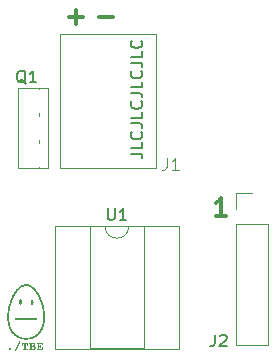
<source format=gto>
G04 #@! TF.GenerationSoftware,KiCad,Pcbnew,7.0.10*
G04 #@! TF.CreationDate,2024-02-09T12:47:37+11:00*
G04 #@! TF.ProjectId,PIC16F15214 Debugger,50494331-3646-4313-9532-313420446562,1.0-A*
G04 #@! TF.SameCoordinates,Original*
G04 #@! TF.FileFunction,Legend,Top*
G04 #@! TF.FilePolarity,Positive*
%FSLAX46Y46*%
G04 Gerber Fmt 4.6, Leading zero omitted, Abs format (unit mm)*
G04 Created by KiCad (PCBNEW 7.0.10) date 2024-02-09 12:47:37*
%MOMM*%
%LPD*%
G01*
G04 APERTURE LIST*
%ADD10C,0.300000*%
%ADD11C,0.153000*%
%ADD12C,0.150000*%
%ADD13C,0.100000*%
%ADD14C,0.120000*%
%ADD15R,1.700000X1.700000*%
%ADD16O,1.700000X1.700000*%
%ADD17R,2.400000X1.600000*%
%ADD18O,2.400000X1.600000*%
%ADD19R,1.800000X1.717500*%
%ADD20O,1.800000X1.717500*%
%ADD21C,2.100000*%
G04 APERTURE END LIST*
D10*
X141793639Y-83811400D02*
X142936497Y-83811400D01*
X139253639Y-83811400D02*
X140396497Y-83811400D01*
X139825068Y-84382828D02*
X139825068Y-83239971D01*
X152485354Y-100638828D02*
X151628211Y-100638828D01*
X152056782Y-100638828D02*
X152056782Y-99138828D01*
X152056782Y-99138828D02*
X151913925Y-99353114D01*
X151913925Y-99353114D02*
X151771068Y-99495971D01*
X151771068Y-99495971D02*
X151628211Y-99567400D01*
D11*
X144426792Y-95387533D02*
X145141077Y-95387533D01*
X145141077Y-95387533D02*
X145283934Y-95435152D01*
X145283934Y-95435152D02*
X145379173Y-95530390D01*
X145379173Y-95530390D02*
X145426792Y-95673247D01*
X145426792Y-95673247D02*
X145426792Y-95768485D01*
X145426792Y-94435152D02*
X145426792Y-94911342D01*
X145426792Y-94911342D02*
X144426792Y-94911342D01*
X145331553Y-93530390D02*
X145379173Y-93578009D01*
X145379173Y-93578009D02*
X145426792Y-93720866D01*
X145426792Y-93720866D02*
X145426792Y-93816104D01*
X145426792Y-93816104D02*
X145379173Y-93958961D01*
X145379173Y-93958961D02*
X145283934Y-94054199D01*
X145283934Y-94054199D02*
X145188696Y-94101818D01*
X145188696Y-94101818D02*
X144998220Y-94149437D01*
X144998220Y-94149437D02*
X144855363Y-94149437D01*
X144855363Y-94149437D02*
X144664887Y-94101818D01*
X144664887Y-94101818D02*
X144569649Y-94054199D01*
X144569649Y-94054199D02*
X144474411Y-93958961D01*
X144474411Y-93958961D02*
X144426792Y-93816104D01*
X144426792Y-93816104D02*
X144426792Y-93720866D01*
X144426792Y-93720866D02*
X144474411Y-93578009D01*
X144474411Y-93578009D02*
X144522030Y-93530390D01*
X144426792Y-92816104D02*
X145141077Y-92816104D01*
X145141077Y-92816104D02*
X145283934Y-92863723D01*
X145283934Y-92863723D02*
X145379173Y-92958961D01*
X145379173Y-92958961D02*
X145426792Y-93101818D01*
X145426792Y-93101818D02*
X145426792Y-93197056D01*
X145426792Y-91863723D02*
X145426792Y-92339913D01*
X145426792Y-92339913D02*
X144426792Y-92339913D01*
X145331553Y-90958961D02*
X145379173Y-91006580D01*
X145379173Y-91006580D02*
X145426792Y-91149437D01*
X145426792Y-91149437D02*
X145426792Y-91244675D01*
X145426792Y-91244675D02*
X145379173Y-91387532D01*
X145379173Y-91387532D02*
X145283934Y-91482770D01*
X145283934Y-91482770D02*
X145188696Y-91530389D01*
X145188696Y-91530389D02*
X144998220Y-91578008D01*
X144998220Y-91578008D02*
X144855363Y-91578008D01*
X144855363Y-91578008D02*
X144664887Y-91530389D01*
X144664887Y-91530389D02*
X144569649Y-91482770D01*
X144569649Y-91482770D02*
X144474411Y-91387532D01*
X144474411Y-91387532D02*
X144426792Y-91244675D01*
X144426792Y-91244675D02*
X144426792Y-91149437D01*
X144426792Y-91149437D02*
X144474411Y-91006580D01*
X144474411Y-91006580D02*
X144522030Y-90958961D01*
X144426792Y-90244675D02*
X145141077Y-90244675D01*
X145141077Y-90244675D02*
X145283934Y-90292294D01*
X145283934Y-90292294D02*
X145379173Y-90387532D01*
X145379173Y-90387532D02*
X145426792Y-90530389D01*
X145426792Y-90530389D02*
X145426792Y-90625627D01*
X145426792Y-89292294D02*
X145426792Y-89768484D01*
X145426792Y-89768484D02*
X144426792Y-89768484D01*
X145331553Y-88387532D02*
X145379173Y-88435151D01*
X145379173Y-88435151D02*
X145426792Y-88578008D01*
X145426792Y-88578008D02*
X145426792Y-88673246D01*
X145426792Y-88673246D02*
X145379173Y-88816103D01*
X145379173Y-88816103D02*
X145283934Y-88911341D01*
X145283934Y-88911341D02*
X145188696Y-88958960D01*
X145188696Y-88958960D02*
X144998220Y-89006579D01*
X144998220Y-89006579D02*
X144855363Y-89006579D01*
X144855363Y-89006579D02*
X144664887Y-88958960D01*
X144664887Y-88958960D02*
X144569649Y-88911341D01*
X144569649Y-88911341D02*
X144474411Y-88816103D01*
X144474411Y-88816103D02*
X144426792Y-88673246D01*
X144426792Y-88673246D02*
X144426792Y-88578008D01*
X144426792Y-88578008D02*
X144474411Y-88435151D01*
X144474411Y-88435151D02*
X144522030Y-88387532D01*
X144426792Y-87673246D02*
X145141077Y-87673246D01*
X145141077Y-87673246D02*
X145283934Y-87720865D01*
X145283934Y-87720865D02*
X145379173Y-87816103D01*
X145379173Y-87816103D02*
X145426792Y-87958960D01*
X145426792Y-87958960D02*
X145426792Y-88054198D01*
X145426792Y-86720865D02*
X145426792Y-87197055D01*
X145426792Y-87197055D02*
X144426792Y-87197055D01*
X145331553Y-85816103D02*
X145379173Y-85863722D01*
X145379173Y-85863722D02*
X145426792Y-86006579D01*
X145426792Y-86006579D02*
X145426792Y-86101817D01*
X145426792Y-86101817D02*
X145379173Y-86244674D01*
X145379173Y-86244674D02*
X145283934Y-86339912D01*
X145283934Y-86339912D02*
X145188696Y-86387531D01*
X145188696Y-86387531D02*
X144998220Y-86435150D01*
X144998220Y-86435150D02*
X144855363Y-86435150D01*
X144855363Y-86435150D02*
X144664887Y-86387531D01*
X144664887Y-86387531D02*
X144569649Y-86339912D01*
X144569649Y-86339912D02*
X144474411Y-86244674D01*
X144474411Y-86244674D02*
X144426792Y-86101817D01*
X144426792Y-86101817D02*
X144426792Y-86006579D01*
X144426792Y-86006579D02*
X144474411Y-85863722D01*
X144474411Y-85863722D02*
X144522030Y-85816103D01*
D12*
X151573795Y-110706819D02*
X151573795Y-111421104D01*
X151573795Y-111421104D02*
X151526176Y-111563961D01*
X151526176Y-111563961D02*
X151430938Y-111659200D01*
X151430938Y-111659200D02*
X151288081Y-111706819D01*
X151288081Y-111706819D02*
X151192843Y-111706819D01*
X152002367Y-110802057D02*
X152049986Y-110754438D01*
X152049986Y-110754438D02*
X152145224Y-110706819D01*
X152145224Y-110706819D02*
X152383319Y-110706819D01*
X152383319Y-110706819D02*
X152478557Y-110754438D01*
X152478557Y-110754438D02*
X152526176Y-110802057D01*
X152526176Y-110802057D02*
X152573795Y-110897295D01*
X152573795Y-110897295D02*
X152573795Y-110992533D01*
X152573795Y-110992533D02*
X152526176Y-111135390D01*
X152526176Y-111135390D02*
X151954748Y-111706819D01*
X151954748Y-111706819D02*
X152573795Y-111706819D01*
X142509224Y-99994819D02*
X142509224Y-100804342D01*
X142509224Y-100804342D02*
X142556843Y-100899580D01*
X142556843Y-100899580D02*
X142604462Y-100947200D01*
X142604462Y-100947200D02*
X142699700Y-100994819D01*
X142699700Y-100994819D02*
X142890176Y-100994819D01*
X142890176Y-100994819D02*
X142985414Y-100947200D01*
X142985414Y-100947200D02*
X143033033Y-100899580D01*
X143033033Y-100899580D02*
X143080652Y-100804342D01*
X143080652Y-100804342D02*
X143080652Y-99994819D01*
X144080652Y-100994819D02*
X143509224Y-100994819D01*
X143794938Y-100994819D02*
X143794938Y-99994819D01*
X143794938Y-99994819D02*
X143699700Y-100137676D01*
X143699700Y-100137676D02*
X143604462Y-100232914D01*
X143604462Y-100232914D02*
X143509224Y-100280533D01*
X135555890Y-89450057D02*
X135460652Y-89402438D01*
X135460652Y-89402438D02*
X135365414Y-89307200D01*
X135365414Y-89307200D02*
X135222557Y-89164342D01*
X135222557Y-89164342D02*
X135127319Y-89116723D01*
X135127319Y-89116723D02*
X135032081Y-89116723D01*
X135079700Y-89354819D02*
X134984462Y-89307200D01*
X134984462Y-89307200D02*
X134889224Y-89211961D01*
X134889224Y-89211961D02*
X134841605Y-89021485D01*
X134841605Y-89021485D02*
X134841605Y-88688152D01*
X134841605Y-88688152D02*
X134889224Y-88497676D01*
X134889224Y-88497676D02*
X134984462Y-88402438D01*
X134984462Y-88402438D02*
X135079700Y-88354819D01*
X135079700Y-88354819D02*
X135270176Y-88354819D01*
X135270176Y-88354819D02*
X135365414Y-88402438D01*
X135365414Y-88402438D02*
X135460652Y-88497676D01*
X135460652Y-88497676D02*
X135508271Y-88688152D01*
X135508271Y-88688152D02*
X135508271Y-89021485D01*
X135508271Y-89021485D02*
X135460652Y-89211961D01*
X135460652Y-89211961D02*
X135365414Y-89307200D01*
X135365414Y-89307200D02*
X135270176Y-89354819D01*
X135270176Y-89354819D02*
X135079700Y-89354819D01*
X136460652Y-89354819D02*
X135889224Y-89354819D01*
X136174938Y-89354819D02*
X136174938Y-88354819D01*
X136174938Y-88354819D02*
X136079700Y-88497676D01*
X136079700Y-88497676D02*
X135984462Y-88592914D01*
X135984462Y-88592914D02*
X135889224Y-88640533D01*
D13*
X147509795Y-95723419D02*
X147509795Y-96437704D01*
X147509795Y-96437704D02*
X147462176Y-96580561D01*
X147462176Y-96580561D02*
X147366938Y-96675800D01*
X147366938Y-96675800D02*
X147224081Y-96723419D01*
X147224081Y-96723419D02*
X147128843Y-96723419D01*
X148509795Y-96723419D02*
X147938367Y-96723419D01*
X148224081Y-96723419D02*
X148224081Y-95723419D01*
X148224081Y-95723419D02*
X148128843Y-95866276D01*
X148128843Y-95866276D02*
X148033605Y-95961514D01*
X148033605Y-95961514D02*
X147938367Y-96009133D01*
D14*
X153371129Y-98746000D02*
X154701129Y-98746000D01*
X153371129Y-100076000D02*
X153371129Y-98746000D01*
X153371129Y-101346000D02*
X153371129Y-111566000D01*
X153371129Y-101346000D02*
X156031129Y-101346000D01*
X153371129Y-111566000D02*
X156031129Y-111566000D01*
X156031129Y-101346000D02*
X156031129Y-111566000D01*
X138021129Y-101480000D02*
X138021129Y-111880000D01*
X138021129Y-111880000D02*
X148521129Y-111880000D01*
X141021129Y-101540000D02*
X141021129Y-111820000D01*
X141021129Y-111820000D02*
X145521129Y-111820000D01*
X142271129Y-101540000D02*
X141021129Y-101540000D01*
X145521129Y-101540000D02*
X144271129Y-101540000D01*
X145521129Y-111820000D02*
X145521129Y-101540000D01*
X148521129Y-101480000D02*
X138021129Y-101480000D01*
X148521129Y-111880000D02*
X148521129Y-101480000D01*
X142271129Y-101540000D02*
G75*
G03*
X144271129Y-101540000I1000000J0D01*
G01*
X137429129Y-89808000D02*
X134889129Y-89808000D01*
X137429129Y-89808000D02*
X137429129Y-96628000D01*
X136690129Y-89808000D02*
X136690129Y-89919000D01*
X134889129Y-89808000D02*
X134889129Y-96628000D01*
X136690129Y-91937000D02*
X136690129Y-92210000D01*
X136690129Y-94227000D02*
X136690129Y-94500000D01*
X136690129Y-96517000D02*
X136690129Y-96628000D01*
X137429129Y-96628000D02*
X134889129Y-96628000D01*
G36*
X134225664Y-111816268D02*
G01*
X134240061Y-111817590D01*
X134250615Y-111819656D01*
X134268800Y-111825954D01*
X134284697Y-111834649D01*
X134298168Y-111845581D01*
X134309078Y-111858590D01*
X134317290Y-111873516D01*
X134322669Y-111890200D01*
X134324988Y-111906803D01*
X134324571Y-111925578D01*
X134321048Y-111943065D01*
X134314556Y-111959063D01*
X134305230Y-111973369D01*
X134293205Y-111985782D01*
X134278619Y-111996099D01*
X134261605Y-112004117D01*
X134258972Y-112005068D01*
X134252401Y-112007227D01*
X134246653Y-112008714D01*
X134240738Y-112009675D01*
X134233667Y-112010259D01*
X134224448Y-112010614D01*
X134221298Y-112010694D01*
X134206330Y-112010708D01*
X134194695Y-112009967D01*
X134187971Y-112008875D01*
X134169503Y-112003097D01*
X134153102Y-111994837D01*
X134138953Y-111984266D01*
X134127242Y-111971558D01*
X134118151Y-111956887D01*
X134111867Y-111940425D01*
X134110867Y-111936528D01*
X134109202Y-111925477D01*
X134108781Y-111912829D01*
X134109542Y-111899886D01*
X134111424Y-111887947D01*
X134113492Y-111880557D01*
X134120834Y-111864915D01*
X134130981Y-111851002D01*
X134143665Y-111839052D01*
X134158616Y-111829300D01*
X134175566Y-111821980D01*
X134183185Y-111819696D01*
X134195910Y-111817322D01*
X134210508Y-111816179D01*
X134225664Y-111816268D01*
G37*
G36*
X136095811Y-107740051D02*
G01*
X136110687Y-107744039D01*
X136125147Y-107751090D01*
X136139032Y-107761117D01*
X136152179Y-107774033D01*
X136164425Y-107789752D01*
X136175609Y-107808187D01*
X136180009Y-107816839D01*
X136189377Y-107839176D01*
X136197219Y-107863956D01*
X136203339Y-107890475D01*
X136207140Y-107914646D01*
X136208023Y-107924660D01*
X136208581Y-107937156D01*
X136208823Y-107951212D01*
X136208755Y-107965908D01*
X136208384Y-107980323D01*
X136207717Y-107993537D01*
X136206760Y-108004628D01*
X136206444Y-108007213D01*
X136201953Y-108033509D01*
X136195748Y-108058296D01*
X136187960Y-108081356D01*
X136178716Y-108102474D01*
X136168147Y-108121433D01*
X136156381Y-108138015D01*
X136143548Y-108152005D01*
X136129776Y-108163185D01*
X136115195Y-108171339D01*
X136106758Y-108174492D01*
X136096398Y-108176749D01*
X136085007Y-108177698D01*
X136073954Y-108177307D01*
X136064613Y-108175546D01*
X136064425Y-108175487D01*
X136048817Y-108168842D01*
X136034033Y-108159041D01*
X136020205Y-108146279D01*
X136007461Y-108130745D01*
X135995934Y-108112634D01*
X135985752Y-108092136D01*
X135977046Y-108069444D01*
X135969947Y-108044750D01*
X135967107Y-108032038D01*
X135962270Y-108001587D01*
X135960001Y-107970867D01*
X135960240Y-107940269D01*
X135962925Y-107910183D01*
X135967996Y-107880999D01*
X135975392Y-107853107D01*
X135985053Y-107826898D01*
X135996917Y-107802762D01*
X136004841Y-107789780D01*
X136011945Y-107780337D01*
X136020696Y-107770698D01*
X136030289Y-107761616D01*
X136039921Y-107753842D01*
X136048787Y-107748125D01*
X136050320Y-107747333D01*
X136065466Y-107741611D01*
X136080684Y-107739213D01*
X136095811Y-107740051D01*
G37*
G36*
X135132738Y-107723144D02*
G01*
X135147526Y-107727255D01*
X135162030Y-107734754D01*
X135176298Y-107745652D01*
X135183063Y-107752080D01*
X135196405Y-107767747D01*
X135208417Y-107786296D01*
X135218973Y-107807411D01*
X135227947Y-107830775D01*
X135235214Y-107856072D01*
X135240648Y-107882985D01*
X135243471Y-107904290D01*
X135244311Y-107916001D01*
X135244709Y-107929886D01*
X135244691Y-107945040D01*
X135244282Y-107960559D01*
X135243509Y-107975538D01*
X135242397Y-107989073D01*
X135240971Y-108000258D01*
X135240701Y-108001853D01*
X135234796Y-108029296D01*
X135227166Y-108055062D01*
X135217981Y-108078660D01*
X135207409Y-108099601D01*
X135206201Y-108101667D01*
X135198044Y-108113688D01*
X135188176Y-108125473D01*
X135177314Y-108136319D01*
X135166173Y-108145520D01*
X135155470Y-108152374D01*
X135153744Y-108153256D01*
X135147195Y-108156344D01*
X135142004Y-108158321D01*
X135136961Y-108159467D01*
X135130859Y-108160063D01*
X135122981Y-108160372D01*
X135113385Y-108160445D01*
X135106156Y-108159954D01*
X135100275Y-108158798D01*
X135097167Y-108157814D01*
X135081622Y-108150494D01*
X135066986Y-108140058D01*
X135053374Y-108126719D01*
X135040902Y-108110687D01*
X135029686Y-108092171D01*
X135019843Y-108071384D01*
X135011488Y-108048536D01*
X135004737Y-108023836D01*
X134999708Y-107997496D01*
X134997079Y-107976217D01*
X134996168Y-107962122D01*
X134995844Y-107946062D01*
X134996077Y-107929112D01*
X134996835Y-107912349D01*
X134998087Y-107896848D01*
X134999761Y-107883928D01*
X135005077Y-107857940D01*
X135012240Y-107832850D01*
X135021006Y-107809377D01*
X135031129Y-107788239D01*
X135034172Y-107782839D01*
X135042086Y-107770963D01*
X135051602Y-107759339D01*
X135062046Y-107748638D01*
X135072745Y-107739529D01*
X135083026Y-107732684D01*
X135086200Y-107731042D01*
X135102122Y-107725048D01*
X135117619Y-107722412D01*
X135132738Y-107723144D01*
G37*
G36*
X135587688Y-109321631D02*
G01*
X136486652Y-109322099D01*
X136497761Y-109327544D01*
X136511120Y-109335785D01*
X136521742Y-109346073D01*
X136529635Y-109358416D01*
X136533604Y-109368492D01*
X136536447Y-109381078D01*
X136536667Y-109392826D01*
X136534267Y-109405085D01*
X136533694Y-109407010D01*
X136527703Y-109421053D01*
X136519066Y-109432937D01*
X136507767Y-109442678D01*
X136496561Y-109449053D01*
X136486652Y-109453696D01*
X135586834Y-109454031D01*
X135520588Y-109454055D01*
X135457674Y-109454078D01*
X135398003Y-109454099D01*
X135341490Y-109454117D01*
X135288047Y-109454133D01*
X135237587Y-109454145D01*
X135190024Y-109454155D01*
X135145270Y-109454161D01*
X135103238Y-109454163D01*
X135063841Y-109454162D01*
X135026993Y-109454155D01*
X134992607Y-109454145D01*
X134960595Y-109454129D01*
X134930870Y-109454109D01*
X134903346Y-109454082D01*
X134877935Y-109454051D01*
X134854551Y-109454013D01*
X134833107Y-109453968D01*
X134813515Y-109453918D01*
X134795689Y-109453860D01*
X134779542Y-109453795D01*
X134764986Y-109453723D01*
X134751935Y-109453643D01*
X134740302Y-109453555D01*
X134730000Y-109453459D01*
X134720941Y-109453354D01*
X134713039Y-109453240D01*
X134706208Y-109453117D01*
X134700359Y-109452985D01*
X134695406Y-109452843D01*
X134691262Y-109452692D01*
X134687840Y-109452529D01*
X134685053Y-109452357D01*
X134682815Y-109452173D01*
X134681037Y-109451979D01*
X134679633Y-109451773D01*
X134678517Y-109451555D01*
X134677601Y-109451325D01*
X134676798Y-109451083D01*
X134676761Y-109451072D01*
X134669408Y-109448041D01*
X134661826Y-109443895D01*
X134658071Y-109441337D01*
X134647376Y-109431252D01*
X134639473Y-109419773D01*
X134634290Y-109407323D01*
X134631756Y-109394323D01*
X134631802Y-109381195D01*
X134634358Y-109368362D01*
X134639353Y-109356246D01*
X134646717Y-109345267D01*
X134656379Y-109335850D01*
X134668269Y-109328415D01*
X134677490Y-109324739D01*
X134688725Y-109321163D01*
X135587688Y-109321631D01*
G37*
G36*
X135037610Y-111258622D02*
G01*
X135045959Y-111261677D01*
X135058893Y-111269108D01*
X135068809Y-111278117D01*
X135075664Y-111288594D01*
X135079411Y-111300429D01*
X135080005Y-111313512D01*
X135077401Y-111327733D01*
X135075474Y-111333658D01*
X135074383Y-111336224D01*
X135071925Y-111341713D01*
X135068180Y-111349951D01*
X135063229Y-111360763D01*
X135057154Y-111373978D01*
X135050034Y-111389421D01*
X135041952Y-111406919D01*
X135032987Y-111426297D01*
X135023221Y-111447383D01*
X135012734Y-111470003D01*
X135001608Y-111493983D01*
X134989923Y-111519150D01*
X134977760Y-111545330D01*
X134965199Y-111572349D01*
X134952323Y-111600035D01*
X134939211Y-111628212D01*
X134925945Y-111656709D01*
X134912604Y-111685350D01*
X134899272Y-111713963D01*
X134886027Y-111742375D01*
X134872951Y-111770410D01*
X134860124Y-111797896D01*
X134847629Y-111824660D01*
X134835545Y-111850527D01*
X134823953Y-111875324D01*
X134812934Y-111898878D01*
X134802569Y-111921015D01*
X134792940Y-111941561D01*
X134784126Y-111960342D01*
X134776208Y-111977186D01*
X134769268Y-111991918D01*
X134763387Y-112004365D01*
X134758644Y-112014354D01*
X134755122Y-112021710D01*
X134752900Y-112026261D01*
X134752438Y-112027172D01*
X134748139Y-112034671D01*
X134743143Y-112042224D01*
X134738435Y-112048357D01*
X134737829Y-112049048D01*
X134729264Y-112057146D01*
X134720499Y-112062229D01*
X134710773Y-112064570D01*
X134699323Y-112064443D01*
X134696074Y-112064053D01*
X134684724Y-112061159D01*
X134673617Y-112055926D01*
X134663572Y-112048912D01*
X134655408Y-112040676D01*
X134650473Y-112032951D01*
X134647296Y-112024511D01*
X134645886Y-112015837D01*
X134646298Y-112006375D01*
X134648584Y-111995570D01*
X134652797Y-111982869D01*
X134656061Y-111974616D01*
X134657320Y-111971766D01*
X134659945Y-111965997D01*
X134663850Y-111957488D01*
X134668955Y-111946416D01*
X134675174Y-111932959D01*
X134682426Y-111917296D01*
X134690628Y-111899604D01*
X134699696Y-111880062D01*
X134709548Y-111858847D01*
X134720100Y-111836138D01*
X134731271Y-111812112D01*
X134742975Y-111786948D01*
X134755132Y-111760823D01*
X134767658Y-111733916D01*
X134780469Y-111706404D01*
X134793483Y-111678466D01*
X134806618Y-111650279D01*
X134819789Y-111622022D01*
X134832914Y-111593872D01*
X134845910Y-111566008D01*
X134858694Y-111538607D01*
X134871184Y-111511848D01*
X134883295Y-111485909D01*
X134894946Y-111460967D01*
X134906053Y-111437200D01*
X134916533Y-111414787D01*
X134926304Y-111393906D01*
X134935282Y-111374734D01*
X134943384Y-111357450D01*
X134950528Y-111342231D01*
X134956630Y-111329256D01*
X134961607Y-111318703D01*
X134965378Y-111310749D01*
X134967857Y-111305573D01*
X134968329Y-111304605D01*
X134976213Y-111289595D01*
X134983715Y-111277696D01*
X134991115Y-111268664D01*
X134998697Y-111262257D01*
X135006743Y-111258232D01*
X135015534Y-111256346D01*
X135024485Y-111256288D01*
X135037610Y-111258622D01*
G37*
G36*
X135412413Y-111385985D02*
G01*
X135441429Y-111386027D01*
X135473559Y-111386086D01*
X135501381Y-111386142D01*
X135535051Y-111386212D01*
X135565473Y-111386277D01*
X135592820Y-111386343D01*
X135617263Y-111386409D01*
X135638971Y-111386481D01*
X135658118Y-111386559D01*
X135674874Y-111386648D01*
X135689409Y-111386749D01*
X135701896Y-111386865D01*
X135712505Y-111387000D01*
X135721408Y-111387154D01*
X135728775Y-111387332D01*
X135734779Y-111387537D01*
X135739589Y-111387769D01*
X135743378Y-111388033D01*
X135746316Y-111388332D01*
X135748574Y-111388666D01*
X135750324Y-111389041D01*
X135751737Y-111389457D01*
X135752985Y-111389918D01*
X135753424Y-111390095D01*
X135759838Y-111393435D01*
X135764816Y-111397913D01*
X135768604Y-111404015D01*
X135771451Y-111412228D01*
X135773605Y-111423038D01*
X135774779Y-111431929D01*
X135775246Y-111437295D01*
X135775763Y-111445462D01*
X135776317Y-111456019D01*
X135776895Y-111468553D01*
X135777483Y-111482654D01*
X135778070Y-111497910D01*
X135778640Y-111513909D01*
X135779182Y-111530240D01*
X135779683Y-111546493D01*
X135780128Y-111562254D01*
X135780506Y-111577113D01*
X135780802Y-111590659D01*
X135781005Y-111602479D01*
X135781100Y-111612164D01*
X135781075Y-111619300D01*
X135780916Y-111623477D01*
X135780891Y-111623731D01*
X135778994Y-111635696D01*
X135776100Y-111645129D01*
X135771876Y-111652852D01*
X135766528Y-111659153D01*
X135757834Y-111665960D01*
X135747576Y-111670368D01*
X135735358Y-111672496D01*
X135721460Y-111672504D01*
X135708100Y-111670775D01*
X135697434Y-111667259D01*
X135689084Y-111661667D01*
X135682672Y-111653710D01*
X135677820Y-111643099D01*
X135676182Y-111637871D01*
X135675282Y-111632982D01*
X135674441Y-111624888D01*
X135673656Y-111613538D01*
X135672923Y-111598882D01*
X135672240Y-111580870D01*
X135672092Y-111576345D01*
X135671639Y-111562646D01*
X135671172Y-111549550D01*
X135670711Y-111537585D01*
X135670279Y-111527279D01*
X135669896Y-111519162D01*
X135669586Y-111513761D01*
X135669504Y-111512682D01*
X135668597Y-111502001D01*
X135614897Y-111502001D01*
X135561198Y-111502001D01*
X135561198Y-111695124D01*
X135561198Y-111888247D01*
X135606915Y-111888300D01*
X135619850Y-111888376D01*
X135632345Y-111888561D01*
X135643783Y-111888838D01*
X135653547Y-111889189D01*
X135661020Y-111889596D01*
X135665025Y-111889963D01*
X135679471Y-111893042D01*
X135691258Y-111898230D01*
X135700456Y-111905607D01*
X135707131Y-111915251D01*
X135711353Y-111927243D01*
X135713188Y-111941662D01*
X135713284Y-111946467D01*
X135712125Y-111961756D01*
X135708726Y-111974652D01*
X135703125Y-111985068D01*
X135695361Y-111992914D01*
X135692173Y-111995018D01*
X135689595Y-111996507D01*
X135687100Y-111997831D01*
X135684482Y-111998997D01*
X135681532Y-112000016D01*
X135678042Y-112000898D01*
X135673805Y-112001651D01*
X135668613Y-112002286D01*
X135662257Y-112002813D01*
X135654530Y-112003241D01*
X135645224Y-112003579D01*
X135634131Y-112003838D01*
X135621044Y-112004026D01*
X135605754Y-112004155D01*
X135588054Y-112004232D01*
X135567735Y-112004268D01*
X135544590Y-112004273D01*
X135518411Y-112004257D01*
X135493690Y-112004233D01*
X135469883Y-112004195D01*
X135446929Y-112004133D01*
X135425073Y-112004049D01*
X135404560Y-112003945D01*
X135385637Y-112003822D01*
X135368550Y-112003684D01*
X135353544Y-112003532D01*
X135340864Y-112003368D01*
X135330756Y-112003194D01*
X135323467Y-112003013D01*
X135319241Y-112002826D01*
X135318413Y-112002742D01*
X135307527Y-111999874D01*
X135297564Y-111995341D01*
X135289547Y-111989652D01*
X135287077Y-111987123D01*
X135281827Y-111979422D01*
X135278308Y-111970334D01*
X135276352Y-111959246D01*
X135275786Y-111946469D01*
X135276353Y-111933226D01*
X135278172Y-111922586D01*
X135281416Y-111913909D01*
X135286258Y-111906555D01*
X135286782Y-111905933D01*
X135291040Y-111901592D01*
X135295939Y-111897993D01*
X135301814Y-111895072D01*
X135309003Y-111892766D01*
X135317844Y-111891013D01*
X135328672Y-111889748D01*
X135341827Y-111888908D01*
X135357643Y-111888431D01*
X135376460Y-111888253D01*
X135381016Y-111888247D01*
X135426183Y-111888247D01*
X135426183Y-111695124D01*
X135426183Y-111502001D01*
X135372576Y-111502001D01*
X135318970Y-111502001D01*
X135317908Y-111528064D01*
X135317528Y-111538065D01*
X135317101Y-111550451D01*
X135316659Y-111564186D01*
X135316237Y-111578239D01*
X135315866Y-111591575D01*
X135315840Y-111592581D01*
X135315385Y-111607593D01*
X135314820Y-111619652D01*
X135314038Y-111629221D01*
X135312932Y-111636764D01*
X135311396Y-111642745D01*
X135309322Y-111647628D01*
X135306604Y-111651878D01*
X135303136Y-111655959D01*
X135300678Y-111658491D01*
X135292530Y-111665365D01*
X135283878Y-111669854D01*
X135273953Y-111672207D01*
X135261988Y-111672675D01*
X135257789Y-111672479D01*
X135243427Y-111670390D01*
X135231581Y-111666011D01*
X135222143Y-111659243D01*
X135215006Y-111649989D01*
X135210062Y-111638148D01*
X135207566Y-111626415D01*
X135207366Y-111622892D01*
X135207296Y-111616352D01*
X135207344Y-111607197D01*
X135207498Y-111595826D01*
X135207747Y-111582638D01*
X135208077Y-111568032D01*
X135208477Y-111552409D01*
X135208936Y-111536167D01*
X135209440Y-111519708D01*
X135209979Y-111503429D01*
X135210539Y-111487731D01*
X135211109Y-111473013D01*
X135211677Y-111459675D01*
X135212230Y-111448117D01*
X135212758Y-111438737D01*
X135213247Y-111431936D01*
X135213504Y-111429366D01*
X135215702Y-111416071D01*
X135218783Y-111405843D01*
X135222864Y-111398416D01*
X135228060Y-111393526D01*
X135229624Y-111392630D01*
X135231540Y-111391686D01*
X135233523Y-111390831D01*
X135235741Y-111390062D01*
X135238363Y-111389373D01*
X135241560Y-111388762D01*
X135245500Y-111388224D01*
X135250353Y-111387754D01*
X135256288Y-111387350D01*
X135263474Y-111387006D01*
X135272082Y-111386719D01*
X135282279Y-111386485D01*
X135294236Y-111386300D01*
X135308122Y-111386159D01*
X135324106Y-111386059D01*
X135342358Y-111385996D01*
X135363047Y-111385965D01*
X135386342Y-111385963D01*
X135412413Y-111385985D01*
G37*
G36*
X136119893Y-111387738D02*
G01*
X136141583Y-111387835D01*
X136159936Y-111387995D01*
X136174975Y-111388219D01*
X136186720Y-111388507D01*
X136195190Y-111388859D01*
X136199531Y-111389177D01*
X136228950Y-111393309D01*
X136255773Y-111399524D01*
X136279973Y-111407806D01*
X136301522Y-111418140D01*
X136320390Y-111430508D01*
X136336551Y-111444897D01*
X136349976Y-111461289D01*
X136360280Y-111478928D01*
X136367037Y-111494957D01*
X136371763Y-111511391D01*
X136374691Y-111529209D01*
X136375876Y-111544727D01*
X136375733Y-111567287D01*
X136373094Y-111587819D01*
X136367874Y-111606720D01*
X136359983Y-111624387D01*
X136357310Y-111629123D01*
X136350137Y-111639488D01*
X136340891Y-111650248D01*
X136330589Y-111660339D01*
X136320251Y-111668696D01*
X136317892Y-111670316D01*
X136308075Y-111676796D01*
X136320990Y-111682410D01*
X136335747Y-111689268D01*
X136348095Y-111696108D01*
X136358983Y-111703557D01*
X136369361Y-111712240D01*
X136376492Y-111719051D01*
X136388301Y-111731949D01*
X136397456Y-111744781D01*
X136404545Y-111758563D01*
X136410155Y-111774314D01*
X136411803Y-111780194D01*
X136413553Y-111787227D01*
X136414780Y-111793513D01*
X136415577Y-111799953D01*
X136416035Y-111807449D01*
X136416248Y-111816901D01*
X136416296Y-111824158D01*
X136415976Y-111840681D01*
X136414781Y-111854824D01*
X136412535Y-111867550D01*
X136409067Y-111879824D01*
X136404202Y-111892611D01*
X136403802Y-111893555D01*
X136393660Y-111913194D01*
X136380608Y-111931692D01*
X136365068Y-111948687D01*
X136347457Y-111963817D01*
X136328197Y-111976720D01*
X136307705Y-111987033D01*
X136287368Y-111994132D01*
X136282115Y-111995566D01*
X136277264Y-111996841D01*
X136272591Y-111997966D01*
X136267871Y-111998952D01*
X136262879Y-111999810D01*
X136257389Y-112000548D01*
X136251177Y-112001177D01*
X136244017Y-112001707D01*
X136235686Y-112002148D01*
X136225957Y-112002510D01*
X136214606Y-112002803D01*
X136201409Y-112003037D01*
X136186139Y-112003222D01*
X136168572Y-112003369D01*
X136148483Y-112003486D01*
X136125646Y-112003585D01*
X136099838Y-112003675D01*
X136071351Y-112003765D01*
X136042508Y-112003848D01*
X136016887Y-112003905D01*
X135994292Y-112003935D01*
X135974528Y-112003935D01*
X135957399Y-112003903D01*
X135942710Y-112003838D01*
X135930264Y-112003737D01*
X135919865Y-112003599D01*
X135911319Y-112003421D01*
X135904430Y-112003202D01*
X135899000Y-112002939D01*
X135894836Y-112002631D01*
X135891741Y-112002275D01*
X135889705Y-112001911D01*
X135877056Y-111997925D01*
X135866998Y-111992054D01*
X135859398Y-111984111D01*
X135854125Y-111973909D01*
X135851046Y-111961262D01*
X135850029Y-111945982D01*
X135850029Y-111945727D01*
X135851312Y-111930747D01*
X135855129Y-111918024D01*
X135861427Y-111907617D01*
X135870153Y-111899584D01*
X135881257Y-111893984D01*
X135894687Y-111890873D01*
X135899345Y-111890422D01*
X135913264Y-111889468D01*
X135913264Y-111734432D01*
X136043152Y-111734432D01*
X136043152Y-111814125D01*
X136043152Y-111893818D01*
X136105105Y-111892850D01*
X136120003Y-111892571D01*
X136134396Y-111892215D01*
X136147783Y-111891802D01*
X136159663Y-111891348D01*
X136169537Y-111890875D01*
X136176904Y-111890399D01*
X136180731Y-111890020D01*
X136201837Y-111886307D01*
X136219866Y-111881289D01*
X136234935Y-111874875D01*
X136247161Y-111866976D01*
X136256662Y-111857503D01*
X136263554Y-111846365D01*
X136267956Y-111833474D01*
X136269750Y-111821979D01*
X136269786Y-111806593D01*
X136267254Y-111791980D01*
X136262340Y-111778738D01*
X136255230Y-111767466D01*
X136251671Y-111763500D01*
X136244595Y-111757464D01*
X136236118Y-111752230D01*
X136226022Y-111747758D01*
X136214085Y-111744008D01*
X136200087Y-111740940D01*
X136183809Y-111738515D01*
X136165028Y-111736693D01*
X136143527Y-111735435D01*
X136119083Y-111734699D01*
X136091477Y-111734448D01*
X136090578Y-111734447D01*
X136043152Y-111734432D01*
X135913264Y-111734432D01*
X135913264Y-111695954D01*
X135913264Y-111502440D01*
X135900018Y-111501638D01*
X135886041Y-111499606D01*
X135883315Y-111498582D01*
X136043152Y-111498582D01*
X136043152Y-111564381D01*
X136043152Y-111630180D01*
X136084597Y-111630162D01*
X136097615Y-111630079D01*
X136110820Y-111629858D01*
X136123393Y-111629521D01*
X136134516Y-111629093D01*
X136143371Y-111628597D01*
X136146125Y-111628382D01*
X136164998Y-111626136D01*
X136180857Y-111622899D01*
X136193998Y-111618535D01*
X136204715Y-111612911D01*
X136213305Y-111605889D01*
X136220062Y-111597335D01*
X136222328Y-111593435D01*
X136224283Y-111589501D01*
X136225581Y-111585878D01*
X136226357Y-111581721D01*
X136226742Y-111576185D01*
X136226868Y-111568425D01*
X136226876Y-111564381D01*
X136226557Y-111552515D01*
X136225441Y-111543256D01*
X136223282Y-111535838D01*
X136219836Y-111529497D01*
X136214862Y-111523465D01*
X136213364Y-111521929D01*
X136207330Y-111516654D01*
X136200419Y-111512179D01*
X136192337Y-111508448D01*
X136182793Y-111505408D01*
X136171493Y-111503003D01*
X136158144Y-111501180D01*
X136142454Y-111499883D01*
X136124130Y-111499058D01*
X136102879Y-111498651D01*
X136088015Y-111498584D01*
X136043152Y-111498582D01*
X135883315Y-111498582D01*
X135874478Y-111495263D01*
X135865101Y-111488464D01*
X135857681Y-111479067D01*
X135854487Y-111473033D01*
X135852884Y-111469026D01*
X135851831Y-111464734D01*
X135851223Y-111459319D01*
X135850955Y-111451946D01*
X135850912Y-111444747D01*
X135851003Y-111435531D01*
X135851338Y-111428845D01*
X135852040Y-111423804D01*
X135853230Y-111419520D01*
X135854994Y-111415192D01*
X135861230Y-111405315D01*
X135870020Y-111397170D01*
X135880564Y-111391438D01*
X135882138Y-111390894D01*
X135884031Y-111390415D01*
X135886466Y-111389998D01*
X135889666Y-111389635D01*
X135893858Y-111389323D01*
X135899265Y-111389056D01*
X135906111Y-111388829D01*
X135914621Y-111388635D01*
X135925019Y-111388472D01*
X135937529Y-111388332D01*
X135952376Y-111388210D01*
X135969784Y-111388102D01*
X135989978Y-111388002D01*
X136013182Y-111387905D01*
X136034607Y-111387824D01*
X136066426Y-111387733D01*
X136094848Y-111387704D01*
X136119893Y-111387738D01*
G37*
G36*
X136831566Y-111387493D02*
G01*
X136858868Y-111387502D01*
X136883268Y-111387527D01*
X136904937Y-111387573D01*
X136924047Y-111387648D01*
X136940771Y-111387758D01*
X136955279Y-111387910D01*
X136967744Y-111388111D01*
X136978337Y-111388367D01*
X136987231Y-111388685D01*
X136994597Y-111389071D01*
X137000608Y-111389533D01*
X137005434Y-111390077D01*
X137009248Y-111390709D01*
X137012222Y-111391437D01*
X137014527Y-111392267D01*
X137016336Y-111393205D01*
X137017820Y-111394259D01*
X137019152Y-111395435D01*
X137020502Y-111396739D01*
X137021129Y-111397340D01*
X137023531Y-111399700D01*
X137025544Y-111402063D01*
X137027203Y-111404741D01*
X137028542Y-111408042D01*
X137029595Y-111412278D01*
X137030396Y-111417758D01*
X137030981Y-111424793D01*
X137031382Y-111433693D01*
X137031634Y-111444768D01*
X137031772Y-111458327D01*
X137031830Y-111474682D01*
X137031841Y-111494143D01*
X137031841Y-111494310D01*
X137031832Y-111512746D01*
X137031795Y-111528106D01*
X137031719Y-111540735D01*
X137031590Y-111550976D01*
X137031396Y-111559170D01*
X137031124Y-111565662D01*
X137030761Y-111570794D01*
X137030295Y-111574910D01*
X137029712Y-111578353D01*
X137029001Y-111581465D01*
X137028549Y-111583167D01*
X137023746Y-111594762D01*
X137016470Y-111604153D01*
X137006958Y-111611217D01*
X136995449Y-111615833D01*
X136982178Y-111617877D01*
X136967384Y-111617229D01*
X136963432Y-111616625D01*
X136950933Y-111613456D01*
X136941120Y-111608612D01*
X136933541Y-111601771D01*
X136927745Y-111592614D01*
X136926853Y-111590687D01*
X136924492Y-111584209D01*
X136922681Y-111576471D01*
X136921369Y-111567023D01*
X136920507Y-111555418D01*
X136920046Y-111541207D01*
X136919932Y-111528064D01*
X136919898Y-111496873D01*
X136799410Y-111496873D01*
X136678921Y-111496873D01*
X136678921Y-111563527D01*
X136678921Y-111630180D01*
X136723966Y-111630180D01*
X136769010Y-111630180D01*
X136770125Y-111617789D01*
X136772569Y-111602422D01*
X136776915Y-111589844D01*
X136783222Y-111579967D01*
X136791545Y-111572705D01*
X136801942Y-111567969D01*
X136802672Y-111567752D01*
X136812718Y-111565884D01*
X136823986Y-111565441D01*
X136835179Y-111566363D01*
X136844999Y-111568592D01*
X136848270Y-111569844D01*
X136857796Y-111575725D01*
X136866193Y-111583974D01*
X136872408Y-111593541D01*
X136872689Y-111594137D01*
X136873532Y-111596053D01*
X136874233Y-111598045D01*
X136874806Y-111600427D01*
X136875262Y-111603519D01*
X136875616Y-111607635D01*
X136875881Y-111613093D01*
X136876069Y-111620211D01*
X136876193Y-111629304D01*
X136876267Y-111640690D01*
X136876304Y-111654686D01*
X136876316Y-111671608D01*
X136876317Y-111682306D01*
X136876313Y-111700970D01*
X136876293Y-111716542D01*
X136876243Y-111729347D01*
X136876148Y-111739711D01*
X136875995Y-111747958D01*
X136875771Y-111754415D01*
X136875462Y-111759407D01*
X136875054Y-111763260D01*
X136874532Y-111766299D01*
X136873885Y-111768849D01*
X136873097Y-111771237D01*
X136872491Y-111772886D01*
X136866760Y-111784036D01*
X136858855Y-111792565D01*
X136848762Y-111798481D01*
X136836466Y-111801794D01*
X136821951Y-111802511D01*
X136820074Y-111802424D01*
X136805958Y-111800523D01*
X136794365Y-111796447D01*
X136785162Y-111790061D01*
X136778219Y-111781229D01*
X136773401Y-111769816D01*
X136770577Y-111755685D01*
X136770129Y-111751275D01*
X136769010Y-111737850D01*
X136723965Y-111737850D01*
X136678921Y-111737850D01*
X136678921Y-111815612D01*
X136678921Y-111893375D01*
X136799410Y-111893375D01*
X136919898Y-111893375D01*
X136919932Y-111858766D01*
X136920132Y-111840665D01*
X136920748Y-111825591D01*
X136921862Y-111813169D01*
X136923556Y-111803026D01*
X136925912Y-111794786D01*
X136929011Y-111788076D01*
X136932935Y-111782520D01*
X136937612Y-111777876D01*
X136944796Y-111772868D01*
X136953032Y-111769502D01*
X136962959Y-111767621D01*
X136975215Y-111767069D01*
X136981205Y-111767195D01*
X136989727Y-111767595D01*
X136995821Y-111768205D01*
X137000480Y-111769235D01*
X137004695Y-111770890D01*
X137008645Y-111772931D01*
X137017641Y-111779407D01*
X137022599Y-111785383D01*
X137024608Y-111788664D01*
X137026302Y-111791868D01*
X137027710Y-111795305D01*
X137028856Y-111799285D01*
X137029769Y-111804120D01*
X137030474Y-111810120D01*
X137030999Y-111817596D01*
X137031369Y-111826859D01*
X137031612Y-111838220D01*
X137031754Y-111851989D01*
X137031821Y-111868476D01*
X137031841Y-111887994D01*
X137031841Y-111893375D01*
X137031841Y-111976264D01*
X137027569Y-111984807D01*
X137022628Y-111992393D01*
X137016232Y-111997695D01*
X137007688Y-112001183D01*
X137001376Y-112002577D01*
X136998265Y-112002819D01*
X136991985Y-112003043D01*
X136982785Y-112003248D01*
X136970911Y-112003435D01*
X136956614Y-112003604D01*
X136940141Y-112003755D01*
X136921741Y-112003887D01*
X136901663Y-112004001D01*
X136880155Y-112004096D01*
X136857465Y-112004174D01*
X136833843Y-112004233D01*
X136809536Y-112004273D01*
X136784794Y-112004296D01*
X136759864Y-112004300D01*
X136734996Y-112004286D01*
X136710437Y-112004253D01*
X136686437Y-112004203D01*
X136663243Y-112004134D01*
X136641105Y-112004046D01*
X136620271Y-112003941D01*
X136600989Y-112003817D01*
X136583508Y-112003675D01*
X136568076Y-112003515D01*
X136554942Y-112003336D01*
X136544355Y-112003140D01*
X136536563Y-112002925D01*
X136531814Y-112002691D01*
X136530677Y-112002571D01*
X136517906Y-111999015D01*
X136507174Y-111993069D01*
X136498774Y-111984971D01*
X136493002Y-111974957D01*
X136491741Y-111971328D01*
X136490214Y-111963502D01*
X136489416Y-111953616D01*
X136489346Y-111942951D01*
X136490004Y-111932786D01*
X136491389Y-111924402D01*
X136491771Y-111922988D01*
X136496667Y-111912196D01*
X136504232Y-111903356D01*
X136514219Y-111896638D01*
X136526383Y-111892214D01*
X136539206Y-111890319D01*
X136552451Y-111889517D01*
X136552451Y-111695978D01*
X136552451Y-111502440D01*
X136538969Y-111501659D01*
X136524797Y-111499522D01*
X136512968Y-111494899D01*
X136503500Y-111487811D01*
X136496411Y-111478280D01*
X136491720Y-111466328D01*
X136489446Y-111451973D01*
X136489216Y-111444993D01*
X136489890Y-111431308D01*
X136492015Y-111420244D01*
X136495745Y-111411260D01*
X136500732Y-111404359D01*
X136508524Y-111397341D01*
X136517607Y-111392486D01*
X136528181Y-111389413D01*
X136530823Y-111389110D01*
X136535812Y-111388836D01*
X136543238Y-111388589D01*
X136553192Y-111388369D01*
X136565762Y-111388176D01*
X136581040Y-111388009D01*
X136599114Y-111387866D01*
X136620076Y-111387748D01*
X136644015Y-111387653D01*
X136671020Y-111387581D01*
X136701183Y-111387531D01*
X136734592Y-111387502D01*
X136767566Y-111387494D01*
X136801189Y-111387492D01*
X136831566Y-111387493D01*
G37*
G36*
X135636319Y-106427646D02*
G01*
X135688255Y-106432791D01*
X135690232Y-106433054D01*
X135742555Y-106441809D01*
X135794639Y-106453968D01*
X135846472Y-106469528D01*
X135898044Y-106488481D01*
X135949344Y-106510823D01*
X136000361Y-106536549D01*
X136051084Y-106565652D01*
X136101502Y-106598128D01*
X136151604Y-106633971D01*
X136201380Y-106673175D01*
X136243966Y-106709619D01*
X136264943Y-106728741D01*
X136287357Y-106750094D01*
X136310666Y-106773123D01*
X136334330Y-106797271D01*
X136357806Y-106821983D01*
X136380554Y-106846702D01*
X136402031Y-106870874D01*
X136409894Y-106879971D01*
X136459075Y-106939589D01*
X136507139Y-107002314D01*
X136554030Y-107068002D01*
X136599691Y-107136512D01*
X136644069Y-107207700D01*
X136687107Y-107281425D01*
X136728750Y-107357544D01*
X136768942Y-107435913D01*
X136807628Y-107516392D01*
X136844753Y-107598836D01*
X136880260Y-107683104D01*
X136914095Y-107769054D01*
X136946202Y-107856542D01*
X136976526Y-107945426D01*
X137005010Y-108035563D01*
X137031600Y-108126812D01*
X137056241Y-108219029D01*
X137078875Y-108312073D01*
X137099449Y-108405799D01*
X137117906Y-108500067D01*
X137134192Y-108594733D01*
X137148250Y-108689655D01*
X137160025Y-108784691D01*
X137163329Y-108815363D01*
X137172421Y-108916077D01*
X137178660Y-109015374D01*
X137182051Y-109113207D01*
X137182595Y-109209529D01*
X137180298Y-109304292D01*
X137175161Y-109397449D01*
X137167189Y-109488953D01*
X137156384Y-109578756D01*
X137142750Y-109666810D01*
X137126291Y-109753068D01*
X137107010Y-109837483D01*
X137084910Y-109920007D01*
X137084893Y-109920065D01*
X137061270Y-109996641D01*
X137035144Y-110071193D01*
X137006551Y-110143670D01*
X136975526Y-110214022D01*
X136942104Y-110282196D01*
X136906321Y-110348142D01*
X136868212Y-110411808D01*
X136827813Y-110473144D01*
X136785158Y-110532099D01*
X136740284Y-110588621D01*
X136693226Y-110642660D01*
X136644018Y-110694163D01*
X136592697Y-110743081D01*
X136539298Y-110789362D01*
X136483857Y-110832955D01*
X136426407Y-110873809D01*
X136422563Y-110876397D01*
X136363083Y-110914252D01*
X136302118Y-110949033D01*
X136239703Y-110980730D01*
X136175874Y-111009330D01*
X136110667Y-111034821D01*
X136044117Y-111057191D01*
X135976262Y-111076428D01*
X135907136Y-111092519D01*
X135836775Y-111105452D01*
X135765216Y-111115217D01*
X135694504Y-111121661D01*
X135682656Y-111122365D01*
X135668365Y-111123024D01*
X135652252Y-111123625D01*
X135634937Y-111124156D01*
X135617041Y-111124602D01*
X135599184Y-111124951D01*
X135581985Y-111125190D01*
X135566065Y-111125307D01*
X135552045Y-111125286D01*
X135540543Y-111125117D01*
X135536417Y-111124991D01*
X135467533Y-111121174D01*
X135400801Y-111114938D01*
X135335901Y-111106228D01*
X135272519Y-111094989D01*
X135210335Y-111081168D01*
X135149034Y-111064709D01*
X135103171Y-111050510D01*
X135036338Y-111026874D01*
X134971178Y-111000258D01*
X134907683Y-110970657D01*
X134845841Y-110938066D01*
X134785644Y-110902480D01*
X134727080Y-110863893D01*
X134683352Y-110832327D01*
X134652635Y-110808764D01*
X134623923Y-110785598D01*
X134596417Y-110762134D01*
X134569319Y-110737676D01*
X134541829Y-110711527D01*
X134520382Y-110690295D01*
X134470483Y-110637729D01*
X134422909Y-110582684D01*
X134377677Y-110525208D01*
X134334806Y-110465346D01*
X134294317Y-110403143D01*
X134256227Y-110338647D01*
X134220555Y-110271902D01*
X134187320Y-110202955D01*
X134156540Y-110131851D01*
X134128235Y-110058636D01*
X134102424Y-109983356D01*
X134079124Y-109906058D01*
X134058356Y-109826786D01*
X134040137Y-109745587D01*
X134024487Y-109662507D01*
X134011424Y-109577591D01*
X134000967Y-109490886D01*
X133993196Y-109403279D01*
X133989786Y-109348405D01*
X133987374Y-109291045D01*
X133985963Y-109231983D01*
X133985556Y-109172005D01*
X133985649Y-109162668D01*
X134136769Y-109162668D01*
X134136771Y-109181102D01*
X134136813Y-109209049D01*
X134136918Y-109234020D01*
X134137101Y-109256457D01*
X134137378Y-109276801D01*
X134137765Y-109295494D01*
X134138277Y-109312978D01*
X134138931Y-109329695D01*
X134139741Y-109346085D01*
X134140724Y-109362592D01*
X134141894Y-109379656D01*
X134143269Y-109397720D01*
X134144862Y-109417224D01*
X134145343Y-109422923D01*
X134153949Y-109508121D01*
X134165144Y-109591478D01*
X134178912Y-109672950D01*
X134195235Y-109752493D01*
X134214097Y-109830061D01*
X134235480Y-109905608D01*
X134259367Y-109979091D01*
X134285742Y-110050464D01*
X134314586Y-110119683D01*
X134345884Y-110186701D01*
X134379618Y-110251475D01*
X134415771Y-110313960D01*
X134454327Y-110374109D01*
X134495267Y-110431880D01*
X134538575Y-110487225D01*
X134556861Y-110509029D01*
X134577916Y-110532929D01*
X134600819Y-110557648D01*
X134624873Y-110582484D01*
X134649380Y-110606738D01*
X134673642Y-110629706D01*
X134696962Y-110650690D01*
X134703252Y-110656135D01*
X134755526Y-110698741D01*
X134809528Y-110738404D01*
X134865203Y-110775097D01*
X134922495Y-110808794D01*
X134981350Y-110839467D01*
X135041712Y-110867090D01*
X135103528Y-110891637D01*
X135166741Y-110913081D01*
X135231298Y-110931395D01*
X135297144Y-110946553D01*
X135304839Y-110948101D01*
X135344184Y-110955326D01*
X135383538Y-110961368D01*
X135423622Y-110966308D01*
X135465157Y-110970231D01*
X135508861Y-110973216D01*
X135536417Y-110974593D01*
X135544151Y-110974799D01*
X135554705Y-110974891D01*
X135567480Y-110974878D01*
X135581880Y-110974770D01*
X135597308Y-110974578D01*
X135613167Y-110974312D01*
X135628861Y-110973982D01*
X135643791Y-110973598D01*
X135657361Y-110973171D01*
X135668975Y-110972710D01*
X135678034Y-110972227D01*
X135679123Y-110972154D01*
X135737116Y-110967016D01*
X135794541Y-110959734D01*
X135850736Y-110950412D01*
X135905038Y-110939154D01*
X135933772Y-110932196D01*
X135998511Y-110913934D01*
X136061824Y-110892579D01*
X136123650Y-110868170D01*
X136183932Y-110840749D01*
X136242609Y-110810355D01*
X136299623Y-110777028D01*
X136354914Y-110740807D01*
X136408423Y-110701733D01*
X136460091Y-110659846D01*
X136509859Y-110615185D01*
X136557667Y-110567791D01*
X136603456Y-110517703D01*
X136647166Y-110464961D01*
X136668700Y-110436973D01*
X136710316Y-110378740D01*
X136749399Y-110318357D01*
X136785961Y-110255794D01*
X136820016Y-110191022D01*
X136851577Y-110124012D01*
X136880655Y-110054734D01*
X136907265Y-109983159D01*
X136931420Y-109909258D01*
X136953131Y-109833001D01*
X136972413Y-109754360D01*
X136975248Y-109741672D01*
X136990977Y-109663496D01*
X137004192Y-109583133D01*
X137014883Y-109500715D01*
X137023045Y-109416379D01*
X137028670Y-109330259D01*
X137031751Y-109242488D01*
X137032280Y-109153202D01*
X137030250Y-109062535D01*
X137025653Y-108970622D01*
X137020649Y-108902525D01*
X137010172Y-108795823D01*
X136996480Y-108688377D01*
X136979625Y-108580440D01*
X136959662Y-108472267D01*
X136936644Y-108364111D01*
X136910624Y-108256227D01*
X136881656Y-108148869D01*
X136849794Y-108042290D01*
X136820699Y-107953163D01*
X136787181Y-107858327D01*
X136751817Y-107766039D01*
X136714424Y-107675858D01*
X136674821Y-107587348D01*
X136632825Y-107500069D01*
X136631634Y-107497681D01*
X136595179Y-107426656D01*
X136558293Y-107358814D01*
X136520828Y-107293932D01*
X136482637Y-107231789D01*
X136443575Y-107172161D01*
X136403493Y-107114826D01*
X136362247Y-107059560D01*
X136319689Y-107006141D01*
X136275672Y-106954346D01*
X136269070Y-106946856D01*
X136260079Y-106936945D01*
X136249160Y-106925302D01*
X136236759Y-106912372D01*
X136223323Y-106898603D01*
X136209297Y-106884439D01*
X136195128Y-106870327D01*
X136181263Y-106856712D01*
X136168146Y-106844041D01*
X136156225Y-106832759D01*
X136145946Y-106823313D01*
X136141423Y-106819296D01*
X136095843Y-106781036D01*
X136050492Y-106746150D01*
X136005303Y-106714606D01*
X135960210Y-106686373D01*
X135915146Y-106661419D01*
X135870046Y-106639713D01*
X135824842Y-106621224D01*
X135779469Y-106605919D01*
X135733860Y-106593767D01*
X135687948Y-106584737D01*
X135641668Y-106578798D01*
X135633268Y-106578052D01*
X135620586Y-106577299D01*
X135605453Y-106576879D01*
X135588686Y-106576776D01*
X135571101Y-106576972D01*
X135553513Y-106577451D01*
X135536739Y-106578196D01*
X135521597Y-106579190D01*
X135508900Y-106580417D01*
X135506919Y-106580663D01*
X135460225Y-106588242D01*
X135414082Y-106598803D01*
X135368399Y-106612392D01*
X135323084Y-106629052D01*
X135278046Y-106648830D01*
X135233193Y-106671769D01*
X135188436Y-106697914D01*
X135143682Y-106727310D01*
X135098839Y-106760003D01*
X135053818Y-106796035D01*
X135034809Y-106812198D01*
X135016550Y-106828455D01*
X134996741Y-106846937D01*
X134975882Y-106867134D01*
X134954474Y-106888538D01*
X134933017Y-106910638D01*
X134912013Y-106932927D01*
X134891963Y-106954895D01*
X134873367Y-106976032D01*
X134871566Y-106978128D01*
X134824614Y-107035099D01*
X134778714Y-107095190D01*
X134733923Y-107158250D01*
X134690294Y-107224129D01*
X134647884Y-107292678D01*
X134606748Y-107363745D01*
X134566942Y-107437182D01*
X134528521Y-107512837D01*
X134491540Y-107590561D01*
X134456054Y-107670204D01*
X134422120Y-107751616D01*
X134389791Y-107834646D01*
X134359125Y-107919145D01*
X134330176Y-108004962D01*
X134303000Y-108091947D01*
X134277651Y-108179951D01*
X134254186Y-108268823D01*
X134232660Y-108358413D01*
X134213127Y-108448571D01*
X134195645Y-108539148D01*
X134180267Y-108629992D01*
X134167049Y-108720953D01*
X134156048Y-108811883D01*
X134147317Y-108902630D01*
X134143645Y-108950379D01*
X134142284Y-108970107D01*
X134141110Y-108987955D01*
X134140112Y-109004375D01*
X134139275Y-109019820D01*
X134138586Y-109034744D01*
X134138031Y-109049599D01*
X134137597Y-109064839D01*
X134137271Y-109080917D01*
X134137038Y-109098285D01*
X134136886Y-109117398D01*
X134136801Y-109138708D01*
X134136769Y-109162668D01*
X133985649Y-109162668D01*
X133986156Y-109111894D01*
X133987767Y-109052434D01*
X133990391Y-108994411D01*
X133991513Y-108975160D01*
X133999917Y-108865290D01*
X134011549Y-108754861D01*
X134026349Y-108644107D01*
X134044260Y-108533261D01*
X134065224Y-108422556D01*
X134089182Y-108312224D01*
X134116076Y-108202499D01*
X134145847Y-108093613D01*
X134178437Y-107985799D01*
X134213788Y-107879290D01*
X134251842Y-107774319D01*
X134292540Y-107671118D01*
X134335824Y-107569921D01*
X134353019Y-107531862D01*
X134359171Y-107518655D01*
X134366597Y-107503048D01*
X134375037Y-107485566D01*
X134384230Y-107466735D01*
X134393912Y-107447081D01*
X134403823Y-107427130D01*
X134413701Y-107407408D01*
X134423285Y-107388439D01*
X134432312Y-107370751D01*
X134440521Y-107354869D01*
X134447650Y-107341319D01*
X134450408Y-107336175D01*
X134491547Y-107262365D01*
X134533747Y-107191290D01*
X134576963Y-107123005D01*
X134621148Y-107057568D01*
X134666257Y-106995035D01*
X134712245Y-106935462D01*
X134759066Y-106878905D01*
X134806674Y-106825420D01*
X134855025Y-106775064D01*
X134904071Y-106727893D01*
X134953769Y-106683963D01*
X135004071Y-106643331D01*
X135022845Y-106629131D01*
X135072588Y-106593984D01*
X135122687Y-106562143D01*
X135173110Y-106533618D01*
X135223825Y-106508419D01*
X135274802Y-106486554D01*
X135326009Y-106468033D01*
X135377414Y-106452865D01*
X135428987Y-106441060D01*
X135480695Y-106432626D01*
X135532507Y-106427573D01*
X135584392Y-106425910D01*
X135636319Y-106427646D01*
G37*
D13*
X138416429Y-85254000D02*
X146620629Y-85254000D01*
X146620629Y-85254000D02*
X146620629Y-96599000D01*
X146620629Y-96599000D02*
X138416429Y-96599000D01*
X138416429Y-96599000D02*
X138416429Y-85254000D01*
%LPC*%
D15*
X154701129Y-100076000D03*
D16*
X154701129Y-102616000D03*
X154701129Y-105156000D03*
X154701129Y-107696000D03*
X154701129Y-110236000D03*
D17*
X139461129Y-102870000D03*
D18*
X139461129Y-105410000D03*
X139461129Y-107950000D03*
X139461129Y-110490000D03*
X147081129Y-110490000D03*
X147081129Y-107950000D03*
X147081129Y-105410000D03*
X147081129Y-102870000D03*
D19*
X136039129Y-90928000D03*
D20*
X136039129Y-93218000D03*
X136039129Y-95508000D03*
D21*
X139905629Y-88519000D03*
X139905629Y-93599000D03*
X142445629Y-88519000D03*
X142445629Y-93599000D03*
%LPD*%
M02*

</source>
